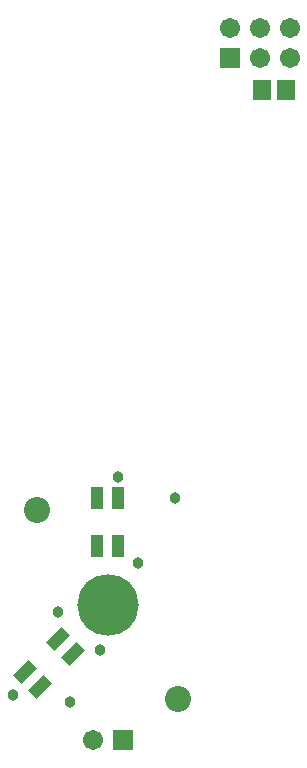
<source format=gbs>
G04 Layer_Color=16711935*
%FSLAX25Y25*%
%MOIN*%
G70*
G01*
G75*
%ADD23R,0.03910X0.07335*%
G04:AMPARAMS|DCode=24|XSize=73.35mil|YSize=39.1mil|CornerRadius=0mil|HoleSize=0mil|Usage=FLASHONLY|Rotation=225.000|XOffset=0mil|YOffset=0mil|HoleType=Round|Shape=Rectangle|*
%AMROTATEDRECTD24*
4,1,4,0.01211,0.03976,0.03976,0.01211,-0.01211,-0.03976,-0.03976,-0.01211,0.01211,0.03976,0.0*
%
%ADD24ROTATEDRECTD24*%

%ADD25R,0.06312X0.06706*%
%ADD27C,0.06706*%
%ADD28R,0.06706X0.06706*%
%ADD29C,0.20485*%
%ADD30C,0.08674*%
%ADD31C,0.08674*%
%ADD32C,0.03800*%
D23*
X3543Y19685D02*
D03*
X-3543Y35433D02*
D03*
X3543D02*
D03*
X-3543Y19685D02*
D03*
D24*
X-16425Y-11414D02*
D03*
X-22549Y-27560D02*
D03*
X-27560Y-22549D02*
D03*
X-11414Y-16425D02*
D03*
D25*
X59437Y171500D02*
D03*
X51563D02*
D03*
D27*
X-5000Y-45000D02*
D03*
X40709Y192087D02*
D03*
X50709Y182087D02*
D03*
Y192087D02*
D03*
X60709Y182087D02*
D03*
Y192087D02*
D03*
D28*
X5000Y-45000D02*
D03*
X40709Y182087D02*
D03*
D29*
X-0Y-0D02*
D03*
D30*
X23622Y-31496D02*
D03*
D31*
X-23622Y31496D02*
D03*
D32*
X-12500Y-32500D02*
D03*
X-31500Y-30000D02*
D03*
X-2500Y-15000D02*
D03*
X-16500Y-2500D02*
D03*
X10000Y14000D02*
D03*
X22500Y35500D02*
D03*
X3543Y42457D02*
D03*
M02*

</source>
